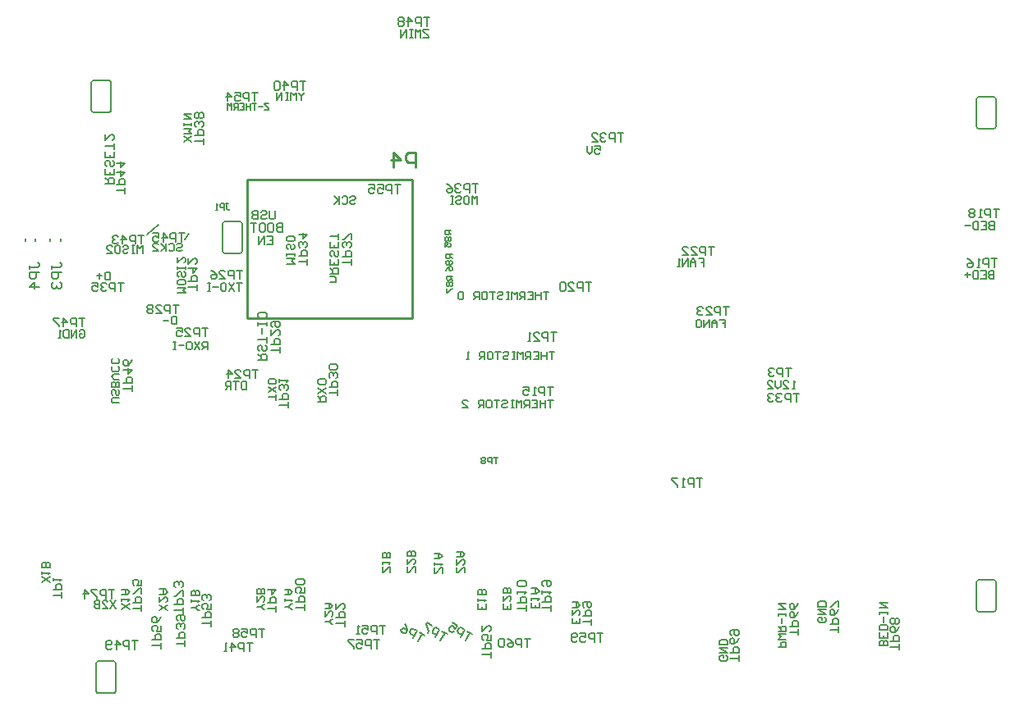
<source format=gbo>
G04*
G04 #@! TF.GenerationSoftware,Altium Limited,Altium Designer,18.1.9 (240)*
G04*
G04 Layer_Color=32896*
%FSLAX25Y25*%
%MOIN*%
G70*
G01*
G75*
%ADD11C,0.00600*%
%ADD12C,0.00800*%
%ADD13C,0.01000*%
%ADD16C,0.00500*%
%ADD24C,0.00787*%
%ADD25C,0.00700*%
G54D11*
X-4606Y-43784D02*
X-4313Y-44491D01*
X-3606Y-44784D01*
Y-31784D02*
X-4313Y-32077D01*
X-4606Y-32784D01*
X3394D02*
X3101Y-32077D01*
X2394Y-31784D01*
Y-44784D02*
X3101Y-44491D01*
X3394Y-43784D01*
X309216Y-178358D02*
X308924Y-177651D01*
X308217Y-177358D01*
Y-190358D02*
X308924Y-190065D01*
X309216Y-189358D01*
X301217D02*
X301509Y-190065D01*
X302217Y-190358D01*
Y-177358D02*
X301509Y-177651D01*
X301217Y-178358D01*
X-57900Y13600D02*
X-57607Y12893D01*
X-56900Y12600D01*
Y25600D02*
X-57607Y25307D01*
X-57900Y24600D01*
X-49900D02*
X-50193Y25307D01*
X-50900Y25600D01*
Y12600D02*
X-50193Y12893D01*
X-49900Y13600D01*
X-56100Y-222500D02*
X-55807Y-223207D01*
X-55100Y-223500D01*
Y-210500D02*
X-55807Y-210793D01*
X-56100Y-211500D01*
X-48100D02*
X-48393Y-210793D01*
X-49100Y-210500D01*
Y-223500D02*
X-48393Y-223207D01*
X-48100Y-222500D01*
X301300Y7000D02*
X301593Y6293D01*
X302300Y6000D01*
Y19000D02*
X301593Y18707D01*
X301300Y18000D01*
X309300D02*
X309007Y18707D01*
X308300Y19000D01*
Y6000D02*
X309007Y6293D01*
X309300Y7000D01*
X3394Y-43784D02*
Y-32784D01*
X-3606Y-44784D02*
X2394D01*
X-3606Y-31784D02*
X2394D01*
X-4606Y-43784D02*
Y-32784D01*
X301217Y-189358D02*
Y-178358D01*
X302217Y-177358D02*
X308217D01*
X302217Y-190358D02*
X308217D01*
X309216Y-189358D02*
Y-178358D01*
X-49900Y13600D02*
Y24600D01*
X-56900Y12600D02*
X-50900D01*
X-56900Y25600D02*
X-50900D01*
X-57900Y13600D02*
Y24600D01*
X-48100Y-222500D02*
Y-211500D01*
X-55100Y-223500D02*
X-49100D01*
X-55100Y-210500D02*
X-49100D01*
X-56100Y-222500D02*
Y-211500D01*
X309300Y7000D02*
Y18000D01*
X302300Y6000D02*
X308300D01*
X302300Y19000D02*
X308300D01*
X301300Y7000D02*
Y18000D01*
X67480Y-16777D02*
X65148D01*
X66314D01*
Y-20276D01*
X63981D02*
Y-16777D01*
X62232D01*
X61649Y-17360D01*
Y-18526D01*
X62232Y-19109D01*
X63981D01*
X58150Y-16777D02*
X60483D01*
Y-18526D01*
X59316Y-17943D01*
X58733D01*
X58150Y-18526D01*
Y-19692D01*
X58733Y-20276D01*
X59899D01*
X60483Y-19692D01*
X54651Y-16777D02*
X56984D01*
Y-18526D01*
X55817Y-17943D01*
X55234D01*
X54651Y-18526D01*
Y-19692D01*
X55234Y-20276D01*
X56401D01*
X56984Y-19692D01*
X120200Y-201201D02*
X117867D01*
X119034D01*
Y-204700D01*
X116701D02*
Y-201201D01*
X114952D01*
X114369Y-201784D01*
Y-202951D01*
X114952Y-203534D01*
X116701D01*
X110870Y-201201D02*
X112036Y-201784D01*
X113202Y-202951D01*
Y-204117D01*
X112619Y-204700D01*
X111453D01*
X110870Y-204117D01*
Y-203534D01*
X111453Y-202951D01*
X113202D01*
X109703Y-201784D02*
X109120Y-201201D01*
X107954D01*
X107371Y-201784D01*
Y-204117D01*
X107954Y-204700D01*
X109120D01*
X109703Y-204117D01*
Y-201784D01*
X-74701Y-178300D02*
X-77900Y-176167D01*
X-74701D02*
X-77900Y-178300D01*
Y-175101D02*
Y-174035D01*
Y-174568D01*
X-74701D01*
X-75234Y-175101D01*
X-74701Y-172435D02*
X-77900D01*
Y-170836D01*
X-77367Y-170303D01*
X-76834D01*
X-76301Y-170836D01*
Y-172435D01*
Y-170836D01*
X-75767Y-170303D01*
X-75234D01*
X-74701Y-170836D01*
Y-172435D01*
X-42401Y-189200D02*
X-45600Y-187067D01*
X-42401D02*
X-45600Y-189200D01*
Y-186001D02*
Y-184935D01*
Y-185468D01*
X-42401D01*
X-42934Y-186001D01*
X-45600Y-183335D02*
X-43467D01*
X-42401Y-182269D01*
X-43467Y-181203D01*
X-45600D01*
X-44001D01*
Y-183335D01*
X-27101Y-189700D02*
X-30300Y-187567D01*
X-27101D02*
X-30300Y-189700D01*
Y-184368D02*
Y-186501D01*
X-28167Y-184368D01*
X-27634D01*
X-27101Y-184901D01*
Y-185968D01*
X-27634Y-186501D01*
X-30300Y-183302D02*
X-28167D01*
X-27101Y-182236D01*
X-28167Y-181169D01*
X-30300D01*
X-28701D01*
Y-183302D01*
X308475Y-31726D02*
Y-34925D01*
X306875D01*
X306342Y-34392D01*
Y-33859D01*
X306875Y-33326D01*
X308475D01*
X306875D01*
X306342Y-32793D01*
Y-32259D01*
X306875Y-31726D01*
X308475D01*
X303143D02*
X305276D01*
Y-34925D01*
X303143D01*
X305276Y-33326D02*
X304209D01*
X302077Y-31726D02*
Y-34925D01*
X300477D01*
X299944Y-34392D01*
Y-32259D01*
X300477Y-31726D01*
X302077D01*
X298878Y-33326D02*
X296745D01*
X308375Y-51826D02*
Y-55025D01*
X306775D01*
X306242Y-54492D01*
Y-53959D01*
X306775Y-53426D01*
X308375D01*
X306775D01*
X306242Y-52893D01*
Y-52359D01*
X306775Y-51826D01*
X308375D01*
X303043D02*
X305176D01*
Y-55025D01*
X303043D01*
X305176Y-53426D02*
X304110D01*
X301977Y-51826D02*
Y-55025D01*
X300377D01*
X299844Y-54492D01*
Y-52359D01*
X300377Y-51826D01*
X301977D01*
X298778Y-53426D02*
X296645D01*
X297712Y-52359D02*
Y-54492D01*
X-46601Y-105500D02*
X-49267D01*
X-49800Y-104967D01*
Y-103901D01*
X-49267Y-103367D01*
X-46601D01*
X-47134Y-100168D02*
X-46601Y-100701D01*
Y-101768D01*
X-47134Y-102301D01*
X-47667D01*
X-48201Y-101768D01*
Y-100701D01*
X-48734Y-100168D01*
X-49267D01*
X-49800Y-100701D01*
Y-101768D01*
X-49267Y-102301D01*
X-46601Y-99102D02*
X-49800D01*
Y-97503D01*
X-49267Y-96969D01*
X-48734D01*
X-48201Y-97503D01*
Y-99102D01*
Y-97503D01*
X-47667Y-96969D01*
X-47134D01*
X-46601Y-97503D01*
Y-99102D01*
Y-95903D02*
X-48734D01*
X-49800Y-94837D01*
X-48734Y-93770D01*
X-46601D01*
X-47134Y-90571D02*
X-46601Y-91105D01*
Y-92171D01*
X-47134Y-92704D01*
X-49267D01*
X-49800Y-92171D01*
Y-91105D01*
X-49267Y-90571D01*
X-47134Y-87372D02*
X-46601Y-87906D01*
Y-88972D01*
X-47134Y-89505D01*
X-49267D01*
X-49800Y-88972D01*
Y-87906D01*
X-49267Y-87372D01*
X-62833Y-76234D02*
X-62300Y-75701D01*
X-61233D01*
X-60700Y-76234D01*
Y-78367D01*
X-61233Y-78900D01*
X-62300D01*
X-62833Y-78367D01*
Y-77301D01*
X-61766D01*
X-63899Y-78900D02*
Y-75701D01*
X-66032Y-78900D01*
Y-75701D01*
X-67098D02*
Y-78900D01*
X-68697D01*
X-69231Y-78367D01*
Y-76234D01*
X-68697Y-75701D01*
X-67098D01*
X-70297Y-78900D02*
X-71363D01*
X-70830D01*
Y-75701D01*
X-70297Y-76234D01*
X-23400Y-70301D02*
Y-73500D01*
X-24999D01*
X-25533Y-72967D01*
Y-70834D01*
X-24999Y-70301D01*
X-23400D01*
X-26599Y-71900D02*
X-28732D01*
X-50400Y-52201D02*
Y-55400D01*
X-51999D01*
X-52533Y-54867D01*
Y-52734D01*
X-51999Y-52201D01*
X-50400D01*
X-53599Y-53800D02*
X-55732D01*
X-54665Y-52734D02*
Y-54867D01*
X146367Y-1101D02*
X148500D01*
Y-2701D01*
X147434Y-2167D01*
X146900D01*
X146367Y-2701D01*
Y-3767D01*
X146900Y-4300D01*
X147967D01*
X148500Y-3767D01*
X145301Y-1101D02*
Y-3234D01*
X144235Y-4300D01*
X143168Y-3234D01*
Y-1101D01*
X98600Y-24600D02*
Y-21401D01*
X97534Y-22467D01*
X96467Y-21401D01*
Y-24600D01*
X93801Y-21401D02*
X94868D01*
X95401Y-21934D01*
Y-24067D01*
X94868Y-24600D01*
X93801D01*
X93268Y-24067D01*
Y-21934D01*
X93801Y-21401D01*
X90069Y-21934D02*
X90603Y-21401D01*
X91669D01*
X92202Y-21934D01*
Y-22467D01*
X91669Y-23000D01*
X90603D01*
X90069Y-23534D01*
Y-24067D01*
X90603Y-24600D01*
X91669D01*
X92202Y-24067D01*
X89003Y-21401D02*
X87937D01*
X88470D01*
Y-24600D01*
X89003D01*
X87937D01*
X46981Y-21940D02*
X47515Y-21407D01*
X48581D01*
X49114Y-21940D01*
Y-22474D01*
X48581Y-23007D01*
X47515D01*
X46981Y-23540D01*
Y-24073D01*
X47515Y-24606D01*
X48581D01*
X49114Y-24073D01*
X43783Y-21940D02*
X44316Y-21407D01*
X45382D01*
X45915Y-21940D01*
Y-24073D01*
X45382Y-24606D01*
X44316D01*
X43783Y-24073D01*
X42716Y-21407D02*
Y-24606D01*
Y-23540D01*
X40584Y-21407D01*
X42183Y-23007D01*
X40584Y-24606D01*
X21260Y-48917D02*
X24459D01*
X23392Y-47851D01*
X24459Y-46785D01*
X21260D01*
X24459Y-45718D02*
Y-44652D01*
Y-45185D01*
X21260D01*
Y-45718D01*
Y-44652D01*
X23926Y-40920D02*
X24459Y-41453D01*
Y-42519D01*
X23926Y-43053D01*
X23392D01*
X22859Y-42519D01*
Y-41453D01*
X22326Y-40920D01*
X21793D01*
X21260Y-41453D01*
Y-42519D01*
X21793Y-43053D01*
X24459Y-38254D02*
Y-39320D01*
X23926Y-39854D01*
X21793D01*
X21260Y-39320D01*
Y-38254D01*
X21793Y-37721D01*
X23926D01*
X24459Y-38254D01*
X78900Y46299D02*
X76767D01*
Y45766D01*
X78900Y43633D01*
Y43100D01*
X76767D01*
X75701D02*
Y46299D01*
X74635Y45233D01*
X73568Y46299D01*
Y43100D01*
X72502Y46299D02*
X71436D01*
X71969D01*
Y43100D01*
X72502D01*
X71436D01*
X69836D02*
Y46299D01*
X67704Y43100D01*
Y46299D01*
X28400Y20799D02*
Y20266D01*
X27334Y19199D01*
X26267Y20266D01*
Y20799D01*
X27334Y19199D02*
Y17600D01*
X25201D02*
Y20799D01*
X24135Y19733D01*
X23068Y20799D01*
Y17600D01*
X22002Y20799D02*
X20936D01*
X21469D01*
Y17600D01*
X22002D01*
X20936D01*
X19336D02*
Y20799D01*
X17204Y17600D01*
Y20799D01*
X-17301Y800D02*
X-20500Y2933D01*
X-17301D02*
X-20500Y800D01*
Y3999D02*
X-17301D01*
X-18367Y5065D01*
X-17301Y6132D01*
X-20500D01*
X-17301Y7198D02*
Y8264D01*
Y7731D01*
X-20500D01*
Y7198D01*
Y8264D01*
Y9864D02*
X-17301D01*
X-20500Y11996D01*
X-17301D01*
X-37200Y-44700D02*
Y-41501D01*
X-38266Y-42567D01*
X-39333Y-41501D01*
Y-44700D01*
X-40399Y-41501D02*
X-41465D01*
X-40932D01*
Y-44700D01*
X-40399D01*
X-41465D01*
X-45197Y-42034D02*
X-44664Y-41501D01*
X-43598D01*
X-43065Y-42034D01*
Y-42567D01*
X-43598Y-43101D01*
X-44664D01*
X-45197Y-43634D01*
Y-44167D01*
X-44664Y-44700D01*
X-43598D01*
X-43065Y-44167D01*
X-47863Y-41501D02*
X-46797D01*
X-46264Y-42034D01*
Y-44167D01*
X-46797Y-44700D01*
X-47863D01*
X-48396Y-44167D01*
Y-42034D01*
X-47863Y-41501D01*
X-51595Y-44700D02*
X-49463D01*
X-51595Y-42567D01*
Y-42034D01*
X-51062Y-41501D01*
X-49996D01*
X-49463Y-42034D01*
X-23333Y-41134D02*
X-22799Y-40601D01*
X-21733D01*
X-21200Y-41134D01*
Y-41667D01*
X-21733Y-42200D01*
X-22799D01*
X-23333Y-42734D01*
Y-43267D01*
X-22799Y-43800D01*
X-21733D01*
X-21200Y-43267D01*
X-26532Y-41134D02*
X-25998Y-40601D01*
X-24932D01*
X-24399Y-41134D01*
Y-43267D01*
X-24932Y-43800D01*
X-25998D01*
X-26532Y-43267D01*
X-27598Y-40601D02*
Y-43800D01*
Y-42734D01*
X-29731Y-40601D01*
X-28131Y-42200D01*
X-29731Y-43800D01*
X-32930D02*
X-30797D01*
X-32930Y-41667D01*
Y-41134D01*
X-32396Y-40601D01*
X-31330D01*
X-30797Y-41134D01*
X-22900Y-60700D02*
X-19701D01*
X-20767Y-59634D01*
X-19701Y-58567D01*
X-22900D01*
X-19701Y-55901D02*
Y-56968D01*
X-20234Y-57501D01*
X-22367D01*
X-22900Y-56968D01*
Y-55901D01*
X-22367Y-55368D01*
X-20234D01*
X-19701Y-55901D01*
X-20234Y-52169D02*
X-19701Y-52703D01*
Y-53769D01*
X-20234Y-54302D01*
X-20767D01*
X-21301Y-53769D01*
Y-52703D01*
X-21834Y-52169D01*
X-22367D01*
X-22900Y-52703D01*
Y-53769D01*
X-22367Y-54302D01*
X-19701Y-51103D02*
Y-50037D01*
Y-50570D01*
X-22900D01*
Y-51103D01*
Y-50037D01*
Y-46305D02*
Y-48437D01*
X-20767Y-46305D01*
X-20234D01*
X-19701Y-46838D01*
Y-47904D01*
X-20234Y-48437D01*
X3150Y-56840D02*
X1017D01*
X2083D01*
Y-60039D01*
X-49Y-56840D02*
X-2182Y-60039D01*
Y-56840D02*
X-49Y-60039D01*
X-3248Y-57374D02*
X-3782Y-56840D01*
X-4848D01*
X-5381Y-57374D01*
Y-59506D01*
X-4848Y-60039D01*
X-3782D01*
X-3248Y-59506D01*
Y-57374D01*
X-6447Y-58440D02*
X-8580D01*
X-9646Y-56840D02*
X-10713D01*
X-10179D01*
Y-60039D01*
X-9646D01*
X-10713D01*
X5000Y-96701D02*
Y-99900D01*
X3401D01*
X2867Y-99367D01*
Y-97234D01*
X3401Y-96701D01*
X5000D01*
X1801D02*
X-332D01*
X735D01*
Y-99900D01*
X-1398D02*
Y-96701D01*
X-2997D01*
X-3531Y-97234D01*
Y-98300D01*
X-2997Y-98834D01*
X-1398D01*
X-2464D02*
X-3531Y-99900D01*
X16999Y-104200D02*
Y-102067D01*
Y-103134D01*
X13800D01*
X16999Y-101001D02*
X13800Y-98868D01*
X16999D02*
X13800Y-101001D01*
X16466Y-97802D02*
X16999Y-97269D01*
Y-96203D01*
X16466Y-95669D01*
X14333D01*
X13800Y-96203D01*
Y-97269D01*
X14333Y-97802D01*
X16466D01*
X129500Y-104201D02*
X127367D01*
X128434D01*
Y-107400D01*
X126301Y-104201D02*
Y-107400D01*
Y-105800D01*
X124168D01*
Y-104201D01*
Y-107400D01*
X120969Y-104201D02*
X123102D01*
Y-107400D01*
X120969D01*
X123102Y-105800D02*
X122036D01*
X119903Y-107400D02*
Y-104201D01*
X118304D01*
X117771Y-104734D01*
Y-105800D01*
X118304Y-106334D01*
X119903D01*
X118837D02*
X117771Y-107400D01*
X116704D02*
Y-104201D01*
X115638Y-105267D01*
X114571Y-104201D01*
Y-107400D01*
X113505Y-104201D02*
X112439D01*
X112972D01*
Y-107400D01*
X113505D01*
X112439D01*
X108707Y-104734D02*
X109240Y-104201D01*
X110306D01*
X110839Y-104734D01*
Y-105267D01*
X110306Y-105800D01*
X109240D01*
X108707Y-106334D01*
Y-106867D01*
X109240Y-107400D01*
X110306D01*
X110839Y-106867D01*
X107640Y-104201D02*
X105508D01*
X106574D01*
Y-107400D01*
X102842Y-104201D02*
X103908D01*
X104441Y-104734D01*
Y-106867D01*
X103908Y-107400D01*
X102842D01*
X102309Y-106867D01*
Y-104734D01*
X102842Y-104201D01*
X101242Y-107400D02*
Y-104201D01*
X99643D01*
X99110Y-104734D01*
Y-105800D01*
X99643Y-106334D01*
X101242D01*
X100176D02*
X99110Y-107400D01*
X92712D02*
X94845D01*
X92712Y-105267D01*
Y-104734D01*
X93245Y-104201D01*
X94311D01*
X94845Y-104734D01*
X130000Y-84601D02*
X127867D01*
X128934D01*
Y-87800D01*
X126801Y-84601D02*
Y-87800D01*
Y-86200D01*
X124668D01*
Y-84601D01*
Y-87800D01*
X121469Y-84601D02*
X123602D01*
Y-87800D01*
X121469D01*
X123602Y-86200D02*
X122536D01*
X120403Y-87800D02*
Y-84601D01*
X118804D01*
X118271Y-85134D01*
Y-86200D01*
X118804Y-86734D01*
X120403D01*
X119337D02*
X118271Y-87800D01*
X117204D02*
Y-84601D01*
X116138Y-85667D01*
X115071Y-84601D01*
Y-87800D01*
X114005Y-84601D02*
X112939D01*
X113472D01*
Y-87800D01*
X114005D01*
X112939D01*
X109207Y-85134D02*
X109740Y-84601D01*
X110806D01*
X111339Y-85134D01*
Y-85667D01*
X110806Y-86200D01*
X109740D01*
X109207Y-86734D01*
Y-87267D01*
X109740Y-87800D01*
X110806D01*
X111339Y-87267D01*
X108140Y-84601D02*
X106008D01*
X107074D01*
Y-87800D01*
X103342Y-84601D02*
X104408D01*
X104941Y-85134D01*
Y-87267D01*
X104408Y-87800D01*
X103342D01*
X102809Y-87267D01*
Y-85134D01*
X103342Y-84601D01*
X101742Y-87800D02*
Y-84601D01*
X100143D01*
X99610Y-85134D01*
Y-86200D01*
X100143Y-86734D01*
X101742D01*
X100676D02*
X99610Y-87800D01*
X95345D02*
X94278D01*
X94811D01*
Y-84601D01*
X95345Y-85134D01*
X127700Y-60201D02*
X125567D01*
X126634D01*
Y-63400D01*
X124501Y-60201D02*
Y-63400D01*
Y-61800D01*
X122368D01*
Y-60201D01*
Y-63400D01*
X119169Y-60201D02*
X121302D01*
Y-63400D01*
X119169D01*
X121302Y-61800D02*
X120236D01*
X118103Y-63400D02*
Y-60201D01*
X116504D01*
X115971Y-60734D01*
Y-61800D01*
X116504Y-62334D01*
X118103D01*
X117037D02*
X115971Y-63400D01*
X114904D02*
Y-60201D01*
X113838Y-61267D01*
X112771Y-60201D01*
Y-63400D01*
X111705Y-60201D02*
X110639D01*
X111172D01*
Y-63400D01*
X111705D01*
X110639D01*
X106907Y-60734D02*
X107440Y-60201D01*
X108506D01*
X109039Y-60734D01*
Y-61267D01*
X108506Y-61800D01*
X107440D01*
X106907Y-62334D01*
Y-62867D01*
X107440Y-63400D01*
X108506D01*
X109039Y-62867D01*
X105840Y-60201D02*
X103708D01*
X104774D01*
Y-63400D01*
X101042Y-60201D02*
X102108D01*
X102641Y-60734D01*
Y-62867D01*
X102108Y-63400D01*
X101042D01*
X100509Y-62867D01*
Y-60734D01*
X101042Y-60201D01*
X99442Y-63400D02*
Y-60201D01*
X97843D01*
X97310Y-60734D01*
Y-61800D01*
X97843Y-62334D01*
X99442D01*
X98376D02*
X97310Y-63400D01*
X93045Y-60734D02*
X92511Y-60201D01*
X91445D01*
X90912Y-60734D01*
Y-62867D01*
X91445Y-63400D01*
X92511D01*
X93045Y-62867D01*
Y-60734D01*
X188467Y-46801D02*
X190600D01*
Y-48401D01*
X189534D01*
X190600D01*
Y-50000D01*
X187401D02*
Y-47867D01*
X186335Y-46801D01*
X185268Y-47867D01*
Y-50000D01*
Y-48401D01*
X187401D01*
X184202Y-50000D02*
Y-46801D01*
X182069Y-50000D01*
Y-46801D01*
X181003Y-50000D02*
X179937D01*
X180470D01*
Y-46801D01*
X181003Y-47334D01*
X197042Y-71526D02*
X199175D01*
Y-73126D01*
X198108D01*
X199175D01*
Y-74725D01*
X195976D02*
Y-72593D01*
X194910Y-71526D01*
X193843Y-72593D01*
Y-74725D01*
Y-73126D01*
X195976D01*
X192777Y-74725D02*
Y-71526D01*
X190644Y-74725D01*
Y-71526D01*
X189578Y-72059D02*
X189045Y-71526D01*
X187978D01*
X187445Y-72059D01*
Y-74192D01*
X187978Y-74725D01*
X189045D01*
X189578Y-74192D01*
Y-72059D01*
X227700Y-99700D02*
X226634D01*
X227167D01*
Y-96501D01*
X227700Y-97034D01*
X222902Y-99700D02*
X225034D01*
X222902Y-97567D01*
Y-97034D01*
X223435Y-96501D01*
X224501D01*
X225034Y-97034D01*
X221835Y-96501D02*
Y-98634D01*
X220769Y-99700D01*
X219703Y-98634D01*
Y-96501D01*
X216504Y-99700D02*
X218636D01*
X216504Y-97567D01*
Y-97034D01*
X217037Y-96501D01*
X218103D01*
X218636Y-97034D01*
X265274Y-204125D02*
X262075D01*
Y-202526D01*
X262608Y-201993D01*
X263141D01*
X263674Y-202526D01*
Y-204125D01*
Y-202526D01*
X264207Y-201993D01*
X264741D01*
X265274Y-202526D01*
Y-204125D01*
Y-198794D02*
Y-200926D01*
X262075D01*
Y-198794D01*
X263674Y-200926D02*
Y-199860D01*
X265274Y-197727D02*
X262075D01*
Y-196128D01*
X262608Y-195595D01*
X264741D01*
X265274Y-196128D01*
Y-197727D01*
X263674Y-194528D02*
Y-192396D01*
X265274Y-191329D02*
Y-190263D01*
Y-190796D01*
X262075D01*
Y-191329D01*
Y-190263D01*
Y-188663D02*
X265274D01*
X262075Y-186531D01*
X265274D01*
X239766Y-192567D02*
X240299Y-193101D01*
Y-194167D01*
X239766Y-194700D01*
X237633D01*
X237100Y-194167D01*
Y-193101D01*
X237633Y-192567D01*
X238700D01*
Y-193634D01*
X237100Y-191501D02*
X240299D01*
X237100Y-189368D01*
X240299D01*
Y-188302D02*
X237100D01*
Y-186703D01*
X237633Y-186169D01*
X239766D01*
X240299Y-186703D01*
Y-188302D01*
X220775Y-204725D02*
X223974D01*
Y-203126D01*
X223441Y-202593D01*
X222374D01*
X221841Y-203126D01*
Y-204725D01*
X223974Y-201526D02*
X220775D01*
X221841Y-200460D01*
X220775Y-199394D01*
X223974D01*
X220775Y-198327D02*
X223974D01*
Y-196728D01*
X223441Y-196195D01*
X222374D01*
X221841Y-196728D01*
Y-198327D01*
Y-197261D02*
X220775Y-196195D01*
X222374Y-195128D02*
Y-192996D01*
X223974Y-191929D02*
Y-190863D01*
Y-191396D01*
X220775D01*
Y-191929D01*
Y-190863D01*
Y-189263D02*
X223974D01*
X220775Y-187131D01*
X223974D01*
X199641Y-208093D02*
X200174Y-208626D01*
Y-209692D01*
X199641Y-210225D01*
X197508D01*
X196975Y-209692D01*
Y-208626D01*
X197508Y-208093D01*
X198574D01*
Y-209159D01*
X196975Y-207026D02*
X200174D01*
X196975Y-204894D01*
X200174D01*
Y-203827D02*
X196975D01*
Y-202228D01*
X197508Y-201695D01*
X199641D01*
X200174Y-202228D01*
Y-203827D01*
X102299Y-187167D02*
Y-189300D01*
X99100D01*
Y-187167D01*
X100699Y-189300D02*
Y-188234D01*
X99100Y-186101D02*
Y-185035D01*
Y-185568D01*
X102299D01*
X101766Y-186101D01*
X102299Y-183435D02*
X99100D01*
Y-181836D01*
X99633Y-181303D01*
X100166D01*
X100699Y-181836D01*
Y-183435D01*
Y-181836D01*
X101233Y-181303D01*
X101766D01*
X102299Y-181836D01*
Y-183435D01*
X123799Y-186667D02*
Y-188800D01*
X120600D01*
Y-186667D01*
X122199Y-188800D02*
Y-187734D01*
X120600Y-185601D02*
Y-184535D01*
Y-185068D01*
X123799D01*
X123266Y-185601D01*
X120600Y-182935D02*
X122733D01*
X123799Y-181869D01*
X122733Y-180803D01*
X120600D01*
X122199D01*
Y-182935D01*
X140374Y-192893D02*
Y-195025D01*
X137175D01*
Y-192893D01*
X138774Y-195025D02*
Y-193959D01*
X137175Y-189694D02*
Y-191826D01*
X139307Y-189694D01*
X139841D01*
X140374Y-190227D01*
Y-191293D01*
X139841Y-191826D01*
X137175Y-188627D02*
X139307D01*
X140374Y-187561D01*
X139307Y-186495D01*
X137175D01*
X138774D01*
Y-188627D01*
X112399Y-187067D02*
Y-189200D01*
X109200D01*
Y-187067D01*
X110800Y-189200D02*
Y-188134D01*
X109200Y-183868D02*
Y-186001D01*
X111333Y-183868D01*
X111866D01*
X112399Y-184402D01*
Y-185468D01*
X111866Y-186001D01*
X112399Y-182802D02*
X109200D01*
Y-181203D01*
X109733Y-180669D01*
X110266D01*
X110800Y-181203D01*
Y-182802D01*
Y-181203D01*
X111333Y-180669D01*
X111866D01*
X112399Y-181203D01*
Y-182802D01*
X73474Y-174225D02*
Y-172093D01*
X72941D01*
X70808Y-174225D01*
X70275D01*
Y-172093D01*
Y-168894D02*
Y-171026D01*
X72407Y-168894D01*
X72941D01*
X73474Y-169427D01*
Y-170493D01*
X72941Y-171026D01*
X73474Y-167827D02*
X70275D01*
Y-166228D01*
X70808Y-165695D01*
X71341D01*
X71874Y-166228D01*
Y-167827D01*
Y-166228D01*
X72407Y-165695D01*
X72941D01*
X73474Y-166228D01*
Y-167827D01*
X93574Y-174425D02*
Y-172293D01*
X93041D01*
X90908Y-174425D01*
X90375D01*
Y-172293D01*
Y-169094D02*
Y-171226D01*
X92507Y-169094D01*
X93041D01*
X93574Y-169627D01*
Y-170693D01*
X93041Y-171226D01*
X90375Y-168027D02*
X92507D01*
X93574Y-166961D01*
X92507Y-165895D01*
X90375D01*
X91974D01*
Y-168027D01*
X84499Y-174600D02*
Y-172467D01*
X83966D01*
X81833Y-174600D01*
X81300D01*
Y-172467D01*
Y-171401D02*
Y-170335D01*
Y-170868D01*
X84499D01*
X83966Y-171401D01*
X81300Y-168735D02*
X83433D01*
X84499Y-167669D01*
X83433Y-166603D01*
X81300D01*
X82899D01*
Y-168735D01*
X63374Y-174225D02*
Y-172093D01*
X62841D01*
X60708Y-174225D01*
X60175D01*
Y-172093D01*
Y-171026D02*
Y-169960D01*
Y-170493D01*
X63374D01*
X62841Y-171026D01*
X63374Y-168360D02*
X60175D01*
Y-166761D01*
X60708Y-166228D01*
X61241D01*
X61774Y-166761D01*
Y-168360D01*
Y-166761D01*
X62307Y-166228D01*
X62841D01*
X63374Y-166761D01*
Y-168360D01*
X12399Y-189400D02*
X11866D01*
X10800Y-188334D01*
X11866Y-187267D01*
X12399D01*
X10800Y-188334D02*
X9200D01*
Y-184068D02*
Y-186201D01*
X11333Y-184068D01*
X11866D01*
X12399Y-184601D01*
Y-185668D01*
X11866Y-186201D01*
X12399Y-183002D02*
X9200D01*
Y-181403D01*
X9733Y-180869D01*
X10266D01*
X10800Y-181403D01*
Y-183002D01*
Y-181403D01*
X11333Y-180869D01*
X11866D01*
X12399Y-181403D01*
Y-183002D01*
X40099Y-195500D02*
X39566D01*
X38500Y-194434D01*
X39566Y-193367D01*
X40099D01*
X38500Y-194434D02*
X36900D01*
Y-190168D02*
Y-192301D01*
X39033Y-190168D01*
X39566D01*
X40099Y-190701D01*
Y-191768D01*
X39566Y-192301D01*
X36900Y-189102D02*
X39033D01*
X40099Y-188036D01*
X39033Y-186969D01*
X36900D01*
X38500D01*
Y-189102D01*
X23699Y-189300D02*
X23166D01*
X22099Y-188234D01*
X23166Y-187167D01*
X23699D01*
X22099Y-188234D02*
X20500D01*
Y-186101D02*
Y-185035D01*
Y-185568D01*
X23699D01*
X23166Y-186101D01*
X20500Y-183435D02*
X22633D01*
X23699Y-182369D01*
X22633Y-181303D01*
X20500D01*
X22099D01*
Y-183435D01*
X-14201Y-189700D02*
X-14734D01*
X-15800Y-188634D01*
X-14734Y-187567D01*
X-14201D01*
X-15800Y-188634D02*
X-17400D01*
Y-186501D02*
Y-185435D01*
Y-185968D01*
X-14201D01*
X-14734Y-186501D01*
X-14201Y-183835D02*
X-17400D01*
Y-182236D01*
X-16867Y-181703D01*
X-16334D01*
X-15800Y-182236D01*
Y-183835D01*
Y-182236D01*
X-15267Y-181703D01*
X-14734D01*
X-14201Y-182236D01*
Y-183835D01*
X-48200Y-185701D02*
X-50333Y-188900D01*
Y-185701D02*
X-48200Y-188900D01*
X-53532D02*
X-51399D01*
X-53532Y-186767D01*
Y-186234D01*
X-52999Y-185701D01*
X-51932D01*
X-51399Y-186234D01*
X-54598Y-185701D02*
Y-188900D01*
X-56197D01*
X-56731Y-188367D01*
Y-187834D01*
X-56197Y-187301D01*
X-54598D01*
X-56197D01*
X-56731Y-186767D01*
Y-186234D01*
X-56197Y-185701D01*
X-54598D01*
X33900Y-105100D02*
X37399D01*
Y-103351D01*
X36816Y-102767D01*
X35649D01*
X35066Y-103351D01*
Y-105100D01*
Y-103934D02*
X33900Y-102767D01*
X37399Y-101601D02*
X33900Y-99269D01*
X37399D02*
X33900Y-101601D01*
X36816Y-98102D02*
X37399Y-97519D01*
Y-96353D01*
X36816Y-95770D01*
X34483D01*
X33900Y-96353D01*
Y-97519D01*
X34483Y-98102D01*
X36816D01*
X9646Y-87894D02*
X13145D01*
Y-86144D01*
X12561Y-85561D01*
X11395D01*
X10812Y-86144D01*
Y-87894D01*
Y-86727D02*
X9646Y-85561D01*
X12561Y-82062D02*
X13145Y-82645D01*
Y-83812D01*
X12561Y-84395D01*
X11978D01*
X11395Y-83812D01*
Y-82645D01*
X10812Y-82062D01*
X10229D01*
X9646Y-82645D01*
Y-83812D01*
X10229Y-84395D01*
X13145Y-80896D02*
Y-78563D01*
Y-79730D01*
X9646D01*
X11395Y-77397D02*
Y-75064D01*
X13145Y-73898D02*
Y-72732D01*
Y-73315D01*
X9646D01*
Y-73898D01*
Y-72732D01*
X13145Y-69233D02*
Y-70399D01*
X12561Y-70982D01*
X10229D01*
X9646Y-70399D01*
Y-69233D01*
X10229Y-68650D01*
X12561D01*
X13145Y-69233D01*
X-10827Y-83760D02*
Y-80561D01*
X-12426D01*
X-12959Y-81094D01*
Y-82160D01*
X-12426Y-82693D01*
X-10827D01*
X-11893D02*
X-12959Y-83760D01*
X-14026Y-80561D02*
X-16158Y-83760D01*
Y-80561D02*
X-14026Y-83760D01*
X-17225Y-81094D02*
X-17758Y-80561D01*
X-18824D01*
X-19357Y-81094D01*
Y-83227D01*
X-18824Y-83760D01*
X-17758D01*
X-17225Y-83227D01*
Y-81094D01*
X-20424Y-82160D02*
X-22556D01*
X-23623Y-80561D02*
X-24689D01*
X-24156D01*
Y-83760D01*
X-23623D01*
X-24689D01*
X16634Y-27308D02*
Y-30224D01*
X16051Y-30807D01*
X14884D01*
X14301Y-30224D01*
Y-27308D01*
X10802Y-27891D02*
X11386Y-27308D01*
X12552D01*
X13135Y-27891D01*
Y-28475D01*
X12552Y-29058D01*
X11386D01*
X10802Y-29641D01*
Y-30224D01*
X11386Y-30807D01*
X12552D01*
X13135Y-30224D01*
X9636Y-27308D02*
Y-30807D01*
X7887D01*
X7304Y-30224D01*
Y-29641D01*
X7887Y-29058D01*
X9636D01*
X7887D01*
X7304Y-28475D01*
Y-27891D01*
X7887Y-27308D01*
X9636D01*
X19587Y-32426D02*
Y-35925D01*
X17837D01*
X17254Y-35342D01*
Y-34759D01*
X17837Y-34176D01*
X19587D01*
X17837D01*
X17254Y-33593D01*
Y-33009D01*
X17837Y-32426D01*
X19587D01*
X14338D02*
X15505D01*
X16088Y-33009D01*
Y-35342D01*
X15505Y-35925D01*
X14338D01*
X13755Y-35342D01*
Y-33009D01*
X14338Y-32426D01*
X10839D02*
X12006D01*
X12589Y-33009D01*
Y-35342D01*
X12006Y-35925D01*
X10839D01*
X10256Y-35342D01*
Y-33009D01*
X10839Y-32426D01*
X9090D02*
X6757D01*
X7924D01*
Y-35925D01*
X13317Y-37544D02*
X15650D01*
Y-41043D01*
X13317D01*
X15650Y-39294D02*
X14483D01*
X12151Y-41043D02*
Y-37544D01*
X9818Y-41043D01*
Y-37544D01*
X-52300Y-16200D02*
X-48801D01*
Y-14451D01*
X-49384Y-13867D01*
X-50551D01*
X-51134Y-14451D01*
Y-16200D01*
Y-15034D02*
X-52300Y-13867D01*
X-48801Y-10369D02*
Y-12701D01*
X-52300D01*
Y-10369D01*
X-50551Y-12701D02*
Y-11535D01*
X-49384Y-6870D02*
X-48801Y-7453D01*
Y-8619D01*
X-49384Y-9202D01*
X-49967D01*
X-50551Y-8619D01*
Y-7453D01*
X-51134Y-6870D01*
X-51717D01*
X-52300Y-7453D01*
Y-8619D01*
X-51717Y-9202D01*
X-48801Y-3371D02*
Y-5703D01*
X-52300D01*
Y-3371D01*
X-50551Y-5703D02*
Y-4537D01*
X-48801Y-2204D02*
Y128D01*
Y-1038D01*
X-52300D01*
Y3627D02*
Y1294D01*
X-49967Y3627D01*
X-49384D01*
X-48801Y3044D01*
Y1877D01*
X-49384Y1294D01*
X38900Y-56400D02*
X41233D01*
Y-54651D01*
X40649Y-54067D01*
X38900D01*
Y-52901D02*
X42399D01*
Y-51152D01*
X41816Y-50568D01*
X40649D01*
X40066Y-51152D01*
Y-52901D01*
Y-51735D02*
X38900Y-50568D01*
X42399Y-47070D02*
Y-49402D01*
X38900D01*
Y-47070D01*
X40649Y-49402D02*
Y-48236D01*
X41816Y-43571D02*
X42399Y-44154D01*
Y-45320D01*
X41816Y-45903D01*
X41233D01*
X40649Y-45320D01*
Y-44154D01*
X40066Y-43571D01*
X39483D01*
X38900Y-44154D01*
Y-45320D01*
X39483Y-45903D01*
X42399Y-40072D02*
Y-42404D01*
X38900D01*
Y-40072D01*
X40649Y-42404D02*
Y-41238D01*
X42399Y-38906D02*
Y-36573D01*
Y-37739D01*
X38900D01*
X149700Y-199101D02*
X147367D01*
X148534D01*
Y-202600D01*
X146201D02*
Y-199101D01*
X144452D01*
X143869Y-199684D01*
Y-200851D01*
X144452Y-201434D01*
X146201D01*
X140370Y-199101D02*
X142702D01*
Y-200851D01*
X141536Y-200267D01*
X140953D01*
X140370Y-200851D01*
Y-202017D01*
X140953Y-202600D01*
X142119D01*
X142702Y-202017D01*
X139203D02*
X138620Y-202600D01*
X137454D01*
X136871Y-202017D01*
Y-199684D01*
X137454Y-199101D01*
X138620D01*
X139203Y-199684D01*
Y-200267D01*
X138620Y-200851D01*
X136871D01*
X12300Y-197201D02*
X9967D01*
X11134D01*
Y-200700D01*
X8801D02*
Y-197201D01*
X7052D01*
X6469Y-197784D01*
Y-198951D01*
X7052Y-199534D01*
X8801D01*
X2970Y-197201D02*
X5302D01*
Y-198951D01*
X4136Y-198367D01*
X3553D01*
X2970Y-198951D01*
Y-200117D01*
X3553Y-200700D01*
X4719D01*
X5302Y-200117D01*
X1803Y-197784D02*
X1220Y-197201D01*
X54D01*
X-529Y-197784D01*
Y-198367D01*
X54Y-198951D01*
X-529Y-199534D01*
Y-200117D01*
X54Y-200700D01*
X1220D01*
X1803Y-200117D01*
Y-199534D01*
X1220Y-198951D01*
X1803Y-198367D01*
Y-197784D01*
X1220Y-198951D02*
X54D01*
X59000Y-201801D02*
X56667D01*
X57834D01*
Y-205300D01*
X55501D02*
Y-201801D01*
X53752D01*
X53169Y-202384D01*
Y-203551D01*
X53752Y-204134D01*
X55501D01*
X49670Y-201801D02*
X52002D01*
Y-203551D01*
X50836Y-202967D01*
X50253D01*
X49670Y-203551D01*
Y-204717D01*
X50253Y-205300D01*
X51419D01*
X52002Y-204717D01*
X48503Y-201801D02*
X46171D01*
Y-202384D01*
X48503Y-204717D01*
Y-205300D01*
X-29801D02*
Y-202967D01*
Y-204134D01*
X-33300D01*
Y-201801D02*
X-29801D01*
Y-200052D01*
X-30384Y-199469D01*
X-31551D01*
X-32134Y-200052D01*
Y-201801D01*
X-29801Y-195970D02*
Y-198302D01*
X-31551D01*
X-30967Y-197136D01*
Y-196553D01*
X-31551Y-195970D01*
X-32717D01*
X-33300Y-196553D01*
Y-197719D01*
X-32717Y-198302D01*
X-29801Y-192471D02*
X-30384Y-193637D01*
X-31551Y-194803D01*
X-32717D01*
X-33300Y-194220D01*
Y-193054D01*
X-32717Y-192471D01*
X-32134D01*
X-31551Y-193054D01*
Y-194803D01*
X-39100Y-202101D02*
X-41433D01*
X-40266D01*
Y-205600D01*
X-42599D02*
Y-202101D01*
X-44348D01*
X-44932Y-202684D01*
Y-203851D01*
X-44348Y-204434D01*
X-42599D01*
X-47847Y-205600D02*
Y-202101D01*
X-46098Y-203851D01*
X-48430D01*
X-49597Y-205017D02*
X-50180Y-205600D01*
X-51346D01*
X-51929Y-205017D01*
Y-202684D01*
X-51346Y-202101D01*
X-50180D01*
X-49597Y-202684D01*
Y-203267D01*
X-50180Y-203851D01*
X-51929D01*
X7600Y-202901D02*
X5267D01*
X6434D01*
Y-206400D01*
X4101D02*
Y-202901D01*
X2352D01*
X1769Y-203484D01*
Y-204651D01*
X2352Y-205234D01*
X4101D01*
X-1147Y-206400D02*
Y-202901D01*
X602Y-204651D01*
X-1730D01*
X-2897Y-206400D02*
X-4063D01*
X-3480D01*
Y-202901D01*
X-2897Y-203484D01*
X-19901Y-204500D02*
Y-202167D01*
Y-203334D01*
X-23400D01*
Y-201001D02*
X-19901D01*
Y-199252D01*
X-20484Y-198669D01*
X-21651D01*
X-22234Y-199252D01*
Y-201001D01*
X-20484Y-197502D02*
X-19901Y-196919D01*
Y-195753D01*
X-20484Y-195170D01*
X-21067D01*
X-21651Y-195753D01*
Y-196336D01*
Y-195753D01*
X-22234Y-195170D01*
X-22817D01*
X-23400Y-195753D01*
Y-196919D01*
X-22817Y-197502D01*
Y-194003D02*
X-23400Y-193420D01*
Y-192254D01*
X-22817Y-191671D01*
X-20484D01*
X-19901Y-192254D01*
Y-193420D01*
X-20484Y-194003D01*
X-21067D01*
X-21651Y-193420D01*
Y-191671D01*
X9500Y20699D02*
X7167D01*
X8334D01*
Y17200D01*
X6001D02*
Y20699D01*
X4252D01*
X3669Y20116D01*
Y18949D01*
X4252Y18366D01*
X6001D01*
X170Y20699D02*
X2502D01*
Y18949D01*
X1336Y19533D01*
X753D01*
X170Y18949D01*
Y17783D01*
X753Y17200D01*
X1919D01*
X2502Y17783D01*
X-2746Y17200D02*
Y20699D01*
X-997Y18949D01*
X-3329D01*
X-44800Y-56601D02*
X-47133D01*
X-45966D01*
Y-60100D01*
X-48299D02*
Y-56601D01*
X-50048D01*
X-50631Y-57184D01*
Y-58351D01*
X-50048Y-58934D01*
X-48299D01*
X-51798Y-57184D02*
X-52381Y-56601D01*
X-53547D01*
X-54130Y-57184D01*
Y-57767D01*
X-53547Y-58351D01*
X-52964D01*
X-53547D01*
X-54130Y-58934D01*
Y-59517D01*
X-53547Y-60100D01*
X-52381D01*
X-51798Y-59517D01*
X-57629Y-56601D02*
X-55297D01*
Y-58351D01*
X-56463Y-57767D01*
X-57046D01*
X-57629Y-58351D01*
Y-59517D01*
X-57046Y-60100D01*
X-55880D01*
X-55297Y-59517D01*
X-22400Y-65601D02*
X-24733D01*
X-23566D01*
Y-69100D01*
X-25899D02*
Y-65601D01*
X-27648D01*
X-28231Y-66184D01*
Y-67351D01*
X-27648Y-67934D01*
X-25899D01*
X-31730Y-69100D02*
X-29398D01*
X-31730Y-66767D01*
Y-66184D01*
X-31147Y-65601D01*
X-29981D01*
X-29398Y-66184D01*
X-32897D02*
X-33480Y-65601D01*
X-34646D01*
X-35229Y-66184D01*
Y-66767D01*
X-34646Y-67351D01*
X-35229Y-67934D01*
Y-68517D01*
X-34646Y-69100D01*
X-33480D01*
X-32897Y-68517D01*
Y-67934D01*
X-33480Y-67351D01*
X-32897Y-66767D01*
Y-66184D01*
X-33480Y-67351D02*
X-34646D01*
X-20801Y-191000D02*
Y-188667D01*
Y-189834D01*
X-24300D01*
Y-187501D02*
X-20801D01*
Y-185752D01*
X-21384Y-185169D01*
X-22551D01*
X-23134Y-185752D01*
Y-187501D01*
X-20801Y-184002D02*
Y-181670D01*
X-21384D01*
X-23717Y-184002D01*
X-24300D01*
X-21384Y-180503D02*
X-20801Y-179920D01*
Y-178754D01*
X-21384Y-178171D01*
X-21967D01*
X-22551Y-178754D01*
Y-179337D01*
Y-178754D01*
X-23134Y-178171D01*
X-23717D01*
X-24300Y-178754D01*
Y-179920D01*
X-23717Y-180503D01*
X-48600Y-181401D02*
X-50933D01*
X-49766D01*
Y-184900D01*
X-52099D02*
Y-181401D01*
X-53848D01*
X-54431Y-181984D01*
Y-183151D01*
X-53848Y-183734D01*
X-52099D01*
X-55598Y-181401D02*
X-57930D01*
Y-181984D01*
X-55598Y-184317D01*
Y-184900D01*
X-60846D02*
Y-181401D01*
X-59097Y-183151D01*
X-61429D01*
X-37726Y-190025D02*
Y-187693D01*
Y-188859D01*
X-41225D01*
Y-186526D02*
X-37726D01*
Y-184777D01*
X-38309Y-184194D01*
X-39476D01*
X-40059Y-184777D01*
Y-186526D01*
X-37726Y-183028D02*
Y-180695D01*
X-38309D01*
X-40642Y-183028D01*
X-41225D01*
X-37726Y-177196D02*
Y-179529D01*
X-39476D01*
X-38893Y-178362D01*
Y-177779D01*
X-39476Y-177196D01*
X-40642D01*
X-41225Y-177779D01*
Y-178946D01*
X-40642Y-179529D01*
X158000Y4199D02*
X155667D01*
X156834D01*
Y700D01*
X154501D02*
Y4199D01*
X152752D01*
X152169Y3616D01*
Y2449D01*
X152752Y1866D01*
X154501D01*
X151002Y3616D02*
X150419Y4199D01*
X149253D01*
X148670Y3616D01*
Y3033D01*
X149253Y2449D01*
X149836D01*
X149253D01*
X148670Y1866D01*
Y1283D01*
X149253Y700D01*
X150419D01*
X151002Y1283D01*
X145171Y700D02*
X147503D01*
X145171Y3033D01*
Y3616D01*
X145754Y4199D01*
X146920D01*
X147503Y3616D01*
X21899Y-107400D02*
Y-105067D01*
Y-106234D01*
X18400D01*
Y-103901D02*
X21899D01*
Y-102152D01*
X21316Y-101569D01*
X20149D01*
X19566Y-102152D01*
Y-103901D01*
X21316Y-100402D02*
X21899Y-99819D01*
Y-98653D01*
X21316Y-98070D01*
X20733D01*
X20149Y-98653D01*
Y-99236D01*
Y-98653D01*
X19566Y-98070D01*
X18983D01*
X18400Y-98653D01*
Y-99819D01*
X18983Y-100402D01*
X18400Y-96903D02*
Y-95737D01*
Y-96320D01*
X21899D01*
X21316Y-96903D01*
X41999Y-102500D02*
Y-100167D01*
Y-101334D01*
X38500D01*
Y-99001D02*
X41999D01*
Y-97252D01*
X41416Y-96669D01*
X40249D01*
X39666Y-97252D01*
Y-99001D01*
X41416Y-95502D02*
X41999Y-94919D01*
Y-93753D01*
X41416Y-93170D01*
X40833D01*
X40249Y-93753D01*
Y-94336D01*
Y-93753D01*
X39666Y-93170D01*
X39083D01*
X38500Y-93753D01*
Y-94919D01*
X39083Y-95502D01*
X41416Y-92003D02*
X41999Y-91420D01*
Y-90254D01*
X41416Y-89671D01*
X39083D01*
X38500Y-90254D01*
Y-91420D01*
X39083Y-92003D01*
X41416D01*
X18460Y-85138D02*
Y-82805D01*
Y-83972D01*
X14961D01*
Y-81639D02*
X18460D01*
Y-79890D01*
X17876Y-79306D01*
X16710D01*
X16127Y-79890D01*
Y-81639D01*
X14961Y-75807D02*
Y-78140D01*
X17293Y-75807D01*
X17876D01*
X18460Y-76391D01*
Y-77557D01*
X17876Y-78140D01*
X15544Y-74641D02*
X14961Y-74058D01*
Y-72892D01*
X15544Y-72309D01*
X17876D01*
X18460Y-72892D01*
Y-74058D01*
X17876Y-74641D01*
X17293D01*
X16710Y-74058D01*
Y-72309D01*
X3347Y-51521D02*
X1014D01*
X2180D01*
Y-55020D01*
X-152D02*
Y-51521D01*
X-1902D01*
X-2485Y-52104D01*
Y-53270D01*
X-1902Y-53853D01*
X-152D01*
X-5984Y-55020D02*
X-3651D01*
X-5984Y-52687D01*
Y-52104D01*
X-5401Y-51521D01*
X-4234D01*
X-3651Y-52104D01*
X-9483Y-51521D02*
X-8316Y-52104D01*
X-7150Y-53270D01*
Y-54436D01*
X-7733Y-55020D01*
X-8900D01*
X-9483Y-54436D01*
Y-53853D01*
X-8900Y-53270D01*
X-7150D01*
X-10728Y-74946D02*
X-13061D01*
X-11895D01*
Y-78445D01*
X-14227D02*
Y-74946D01*
X-15977D01*
X-16560Y-75529D01*
Y-76696D01*
X-15977Y-77279D01*
X-14227D01*
X-20059Y-78445D02*
X-17726D01*
X-20059Y-76112D01*
Y-75529D01*
X-19476Y-74946D01*
X-18309D01*
X-17726Y-75529D01*
X-23558Y-74946D02*
X-21225D01*
Y-76696D01*
X-22391Y-76112D01*
X-22974D01*
X-23558Y-76696D01*
Y-77862D01*
X-22974Y-78445D01*
X-21808D01*
X-21225Y-77862D01*
X9700Y-92001D02*
X7367D01*
X8534D01*
Y-95500D01*
X6201D02*
Y-92001D01*
X4452D01*
X3869Y-92584D01*
Y-93751D01*
X4452Y-94334D01*
X6201D01*
X370Y-95500D02*
X2702D01*
X370Y-93167D01*
Y-92584D01*
X953Y-92001D01*
X2119D01*
X2702Y-92584D01*
X-2546Y-95500D02*
Y-92001D01*
X-797Y-93751D01*
X-3129D01*
X310500Y-26601D02*
X308167D01*
X309334D01*
Y-30100D01*
X307001D02*
Y-26601D01*
X305252D01*
X304669Y-27184D01*
Y-28351D01*
X305252Y-28934D01*
X307001D01*
X303502Y-30100D02*
X302336D01*
X302919D01*
Y-26601D01*
X303502Y-27184D01*
X300587D02*
X300003Y-26601D01*
X298837D01*
X298254Y-27184D01*
Y-27767D01*
X298837Y-28351D01*
X298254Y-28934D01*
Y-29517D01*
X298837Y-30100D01*
X300003D01*
X300587Y-29517D01*
Y-28934D01*
X300003Y-28351D01*
X300587Y-27767D01*
Y-27184D01*
X300003Y-28351D02*
X298837D01*
X190000Y-136101D02*
X187667D01*
X188834D01*
Y-139600D01*
X186501D02*
Y-136101D01*
X184752D01*
X184169Y-136684D01*
Y-137851D01*
X184752Y-138434D01*
X186501D01*
X183002Y-139600D02*
X181836D01*
X182419D01*
Y-136101D01*
X183002Y-136684D01*
X180087Y-136101D02*
X177754D01*
Y-136684D01*
X180087Y-139017D01*
Y-139600D01*
X309700Y-46801D02*
X307367D01*
X308534D01*
Y-50300D01*
X306201D02*
Y-46801D01*
X304452D01*
X303869Y-47384D01*
Y-48551D01*
X304452Y-49134D01*
X306201D01*
X302702Y-50300D02*
X301536D01*
X302119D01*
Y-46801D01*
X302702Y-47384D01*
X297454Y-46801D02*
X298620Y-47384D01*
X299786Y-48551D01*
Y-49717D01*
X299203Y-50300D01*
X298037D01*
X297454Y-49717D01*
Y-49134D01*
X298037Y-48551D01*
X299786D01*
X226200Y-91201D02*
X223867D01*
X225034D01*
Y-94700D01*
X222701D02*
Y-91201D01*
X220952D01*
X220369Y-91784D01*
Y-92951D01*
X220952Y-93534D01*
X222701D01*
X219202Y-91784D02*
X218619Y-91201D01*
X217453D01*
X216870Y-91784D01*
Y-92367D01*
X217453Y-92951D01*
X218036D01*
X217453D01*
X216870Y-93534D01*
Y-94117D01*
X217453Y-94700D01*
X218619D01*
X219202Y-94117D01*
X130900Y-76701D02*
X128567D01*
X129734D01*
Y-80200D01*
X127401D02*
Y-76701D01*
X125652D01*
X125069Y-77284D01*
Y-78451D01*
X125652Y-79034D01*
X127401D01*
X121570Y-80200D02*
X123902D01*
X121570Y-77867D01*
Y-77284D01*
X122153Y-76701D01*
X123319D01*
X123902Y-77284D01*
X120403Y-80200D02*
X119237D01*
X119820D01*
Y-76701D01*
X120403Y-77284D01*
X145000Y-56501D02*
X142667D01*
X143834D01*
Y-60000D01*
X141501D02*
Y-56501D01*
X139752D01*
X139169Y-57084D01*
Y-58251D01*
X139752Y-58834D01*
X141501D01*
X135670Y-60000D02*
X138002D01*
X135670Y-57667D01*
Y-57084D01*
X136253Y-56501D01*
X137419D01*
X138002Y-57084D01*
X134503D02*
X133920Y-56501D01*
X132754D01*
X132171Y-57084D01*
Y-59417D01*
X132754Y-60000D01*
X133920D01*
X134503Y-59417D01*
Y-57084D01*
X129600Y-98901D02*
X127267D01*
X128434D01*
Y-102400D01*
X126101D02*
Y-98901D01*
X124352D01*
X123769Y-99484D01*
Y-100651D01*
X124352Y-101234D01*
X126101D01*
X122602Y-102400D02*
X121436D01*
X122019D01*
Y-98901D01*
X122602Y-99484D01*
X117354Y-98901D02*
X119686D01*
Y-100651D01*
X118520Y-100067D01*
X117937D01*
X117354Y-100651D01*
Y-101817D01*
X117937Y-102400D01*
X119103D01*
X119686Y-101817D01*
X29680Y-49213D02*
Y-46880D01*
Y-48046D01*
X26181D01*
Y-45714D02*
X29680D01*
Y-43964D01*
X29097Y-43381D01*
X27931D01*
X27347Y-43964D01*
Y-45714D01*
X29097Y-42215D02*
X29680Y-41632D01*
Y-40465D01*
X29097Y-39882D01*
X28514D01*
X27931Y-40465D01*
Y-41049D01*
Y-40465D01*
X27347Y-39882D01*
X26764D01*
X26181Y-40465D01*
Y-41632D01*
X26764Y-42215D01*
X26181Y-36967D02*
X29680D01*
X27931Y-38716D01*
Y-36383D01*
X99100Y-16501D02*
X96767D01*
X97934D01*
Y-20000D01*
X95601D02*
Y-16501D01*
X93852D01*
X93269Y-17084D01*
Y-18251D01*
X93852Y-18834D01*
X95601D01*
X92102Y-17084D02*
X91519Y-16501D01*
X90353D01*
X89770Y-17084D01*
Y-17667D01*
X90353Y-18251D01*
X90936D01*
X90353D01*
X89770Y-18834D01*
Y-19417D01*
X90353Y-20000D01*
X91519D01*
X92102Y-19417D01*
X86271Y-16501D02*
X87437Y-17084D01*
X88603Y-18251D01*
Y-19417D01*
X88020Y-20000D01*
X86854D01*
X86271Y-19417D01*
Y-18834D01*
X86854Y-18251D01*
X88603D01*
X47499Y-49400D02*
Y-47067D01*
Y-48234D01*
X44000D01*
Y-45901D02*
X47499D01*
Y-44152D01*
X46916Y-43569D01*
X45749D01*
X45166Y-44152D01*
Y-45901D01*
X46916Y-42402D02*
X47499Y-41819D01*
Y-40653D01*
X46916Y-40070D01*
X46333D01*
X45749Y-40653D01*
Y-41236D01*
Y-40653D01*
X45166Y-40070D01*
X44583D01*
X44000Y-40653D01*
Y-41819D01*
X44583Y-42402D01*
X47499Y-38903D02*
Y-36571D01*
X46916D01*
X44583Y-38903D01*
X44000D01*
X-12501Y-300D02*
Y2033D01*
Y866D01*
X-16000D01*
Y3199D02*
X-12501D01*
Y4948D01*
X-13084Y5531D01*
X-14251D01*
X-14834Y4948D01*
Y3199D01*
X-13084Y6698D02*
X-12501Y7281D01*
Y8447D01*
X-13084Y9030D01*
X-13667D01*
X-14251Y8447D01*
Y7864D01*
Y8447D01*
X-14834Y9030D01*
X-15417D01*
X-16000Y8447D01*
Y7281D01*
X-15417Y6698D01*
X-13084Y10197D02*
X-12501Y10780D01*
Y11946D01*
X-13084Y12529D01*
X-13667D01*
X-14251Y11946D01*
X-14834Y12529D01*
X-15417D01*
X-16000Y11946D01*
Y10780D01*
X-15417Y10197D01*
X-14834D01*
X-14251Y10780D01*
X-13667Y10197D01*
X-13084D01*
X-14251Y10780D02*
Y11946D01*
X29000Y25299D02*
X26667D01*
X27834D01*
Y21800D01*
X25501D02*
Y25299D01*
X23752D01*
X23168Y24716D01*
Y23549D01*
X23752Y22966D01*
X25501D01*
X20253Y21800D02*
Y25299D01*
X22002Y23549D01*
X19670D01*
X18503Y24716D02*
X17920Y25299D01*
X16754D01*
X16171Y24716D01*
Y22383D01*
X16754Y21800D01*
X17920D01*
X18503Y22383D01*
Y24716D01*
X-15101Y-59600D02*
Y-57267D01*
Y-58434D01*
X-18600D01*
Y-56101D02*
X-15101D01*
Y-54352D01*
X-15684Y-53769D01*
X-16851D01*
X-17434Y-54352D01*
Y-56101D01*
X-18600Y-50853D02*
X-15101D01*
X-16851Y-52602D01*
Y-50270D01*
X-18600Y-46771D02*
Y-49103D01*
X-16267Y-46771D01*
X-15684D01*
X-15101Y-47354D01*
Y-48520D01*
X-15684Y-49103D01*
X-36600Y-37301D02*
X-38933D01*
X-37766D01*
Y-40800D01*
X-40099D02*
Y-37301D01*
X-41848D01*
X-42432Y-37884D01*
Y-39051D01*
X-41848Y-39634D01*
X-40099D01*
X-45347Y-40800D02*
Y-37301D01*
X-43598Y-39051D01*
X-45930D01*
X-47097Y-37884D02*
X-47680Y-37301D01*
X-48846D01*
X-49429Y-37884D01*
Y-38467D01*
X-48846Y-39051D01*
X-48263D01*
X-48846D01*
X-49429Y-39634D01*
Y-40217D01*
X-48846Y-40800D01*
X-47680D01*
X-47097Y-40217D01*
X-44301Y-20300D02*
Y-17967D01*
Y-19134D01*
X-47800D01*
Y-16801D02*
X-44301D01*
Y-15052D01*
X-44884Y-14469D01*
X-46051D01*
X-46634Y-15052D01*
Y-16801D01*
X-47800Y-11553D02*
X-44301D01*
X-46051Y-13302D01*
Y-10970D01*
X-47800Y-8054D02*
X-44301D01*
X-46051Y-9803D01*
Y-7471D01*
X-20100Y-36501D02*
X-22433D01*
X-21266D01*
Y-40000D01*
X-23599D02*
Y-36501D01*
X-25348D01*
X-25932Y-37084D01*
Y-38251D01*
X-25348Y-38834D01*
X-23599D01*
X-28847Y-40000D02*
Y-36501D01*
X-27098Y-38251D01*
X-29430D01*
X-32929Y-36501D02*
X-30597D01*
Y-38251D01*
X-31763Y-37667D01*
X-32346D01*
X-32929Y-38251D01*
Y-39417D01*
X-32346Y-40000D01*
X-31180D01*
X-30597Y-39417D01*
X-41401Y-100700D02*
Y-98367D01*
Y-99534D01*
X-44900D01*
Y-97201D02*
X-41401D01*
Y-95452D01*
X-41984Y-94869D01*
X-43151D01*
X-43734Y-95452D01*
Y-97201D01*
X-44900Y-91953D02*
X-41401D01*
X-43151Y-93702D01*
Y-91370D01*
X-41401Y-87871D02*
X-41984Y-89037D01*
X-43151Y-90203D01*
X-44317D01*
X-44900Y-89620D01*
Y-88454D01*
X-44317Y-87871D01*
X-43734D01*
X-43151Y-88454D01*
Y-90203D01*
X-60700Y-71001D02*
X-63033D01*
X-61866D01*
Y-74500D01*
X-64199D02*
Y-71001D01*
X-65948D01*
X-66531Y-71584D01*
Y-72751D01*
X-65948Y-73334D01*
X-64199D01*
X-69447Y-74500D02*
Y-71001D01*
X-67698Y-72751D01*
X-70030D01*
X-71197Y-71001D02*
X-73529D01*
Y-71584D01*
X-71197Y-73917D01*
Y-74500D01*
X79300Y51299D02*
X76967D01*
X78134D01*
Y47800D01*
X75801D02*
Y51299D01*
X74052D01*
X73469Y50716D01*
Y49549D01*
X74052Y48966D01*
X75801D01*
X70553Y47800D02*
Y51299D01*
X72302Y49549D01*
X69970D01*
X68803Y50716D02*
X68220Y51299D01*
X67054D01*
X66471Y50716D01*
Y50133D01*
X67054Y49549D01*
X66471Y48966D01*
Y48383D01*
X67054Y47800D01*
X68220D01*
X68803Y48383D01*
Y48966D01*
X68220Y49549D01*
X68803Y50133D01*
Y50716D01*
X68220Y49549D02*
X67054D01*
X228999Y-199700D02*
Y-197367D01*
Y-198534D01*
X225500D01*
Y-196201D02*
X228999D01*
Y-194452D01*
X228416Y-193869D01*
X227249D01*
X226666Y-194452D01*
Y-196201D01*
X228999Y-190370D02*
X228416Y-191536D01*
X227249Y-192702D01*
X226083D01*
X225500Y-192119D01*
Y-190953D01*
X226083Y-190370D01*
X226666D01*
X227249Y-190953D01*
Y-192702D01*
X228999Y-186871D02*
X228416Y-188037D01*
X227249Y-189203D01*
X226083D01*
X225500Y-188620D01*
Y-187454D01*
X226083Y-186871D01*
X226666D01*
X227249Y-187454D01*
Y-189203D01*
X245299Y-198800D02*
Y-196467D01*
Y-197634D01*
X241800D01*
Y-195301D02*
X245299D01*
Y-193552D01*
X244716Y-192969D01*
X243549D01*
X242966Y-193552D01*
Y-195301D01*
X245299Y-189470D02*
X244716Y-190636D01*
X243549Y-191802D01*
X242383D01*
X241800Y-191219D01*
Y-190053D01*
X242383Y-189470D01*
X242966D01*
X243549Y-190053D01*
Y-191802D01*
X245299Y-188303D02*
Y-185971D01*
X244716D01*
X242383Y-188303D01*
X241800D01*
X269899Y-205700D02*
Y-203367D01*
Y-204534D01*
X266400D01*
Y-202201D02*
X269899D01*
Y-200452D01*
X269316Y-199869D01*
X268149D01*
X267566Y-200452D01*
Y-202201D01*
X269899Y-196370D02*
X269316Y-197536D01*
X268149Y-198702D01*
X266983D01*
X266400Y-198119D01*
Y-196953D01*
X266983Y-196370D01*
X267566D01*
X268149Y-196953D01*
Y-198702D01*
X269316Y-195203D02*
X269899Y-194620D01*
Y-193454D01*
X269316Y-192871D01*
X268733D01*
X268149Y-193454D01*
X267566Y-192871D01*
X266983D01*
X266400Y-193454D01*
Y-194620D01*
X266983Y-195203D01*
X267566D01*
X268149Y-194620D01*
X268733Y-195203D01*
X269316D01*
X268149Y-194620D02*
Y-193454D01*
X204799Y-210500D02*
Y-208167D01*
Y-209334D01*
X201300D01*
Y-207001D02*
X204799D01*
Y-205252D01*
X204216Y-204669D01*
X203049D01*
X202466Y-205252D01*
Y-207001D01*
X204799Y-201170D02*
X204216Y-202336D01*
X203049Y-203502D01*
X201883D01*
X201300Y-202919D01*
Y-201753D01*
X201883Y-201170D01*
X202466D01*
X203049Y-201753D01*
Y-203502D01*
X201883Y-200003D02*
X201300Y-199420D01*
Y-198254D01*
X201883Y-197671D01*
X204216D01*
X204799Y-198254D01*
Y-199420D01*
X204216Y-200003D01*
X203633D01*
X203049Y-199420D01*
Y-197671D01*
X-70001Y-184800D02*
Y-182467D01*
Y-183634D01*
X-73500D01*
Y-181301D02*
X-70001D01*
Y-179552D01*
X-70584Y-178969D01*
X-71751D01*
X-72334Y-179552D01*
Y-181301D01*
X-73500Y-177802D02*
Y-176636D01*
Y-177219D01*
X-70001D01*
X-70584Y-177802D01*
X44799Y-196300D02*
Y-193967D01*
Y-195134D01*
X41300D01*
Y-192801D02*
X44799D01*
Y-191052D01*
X44216Y-190469D01*
X43049D01*
X42466Y-191052D01*
Y-192801D01*
X41300Y-186970D02*
Y-189302D01*
X43633Y-186970D01*
X44216D01*
X44799Y-187553D01*
Y-188719D01*
X44216Y-189302D01*
X16999Y-190200D02*
Y-187867D01*
Y-189034D01*
X13500D01*
Y-186701D02*
X16999D01*
Y-184952D01*
X16416Y-184369D01*
X15249D01*
X14666Y-184952D01*
Y-186701D01*
X13500Y-181453D02*
X16999D01*
X15249Y-183202D01*
Y-180870D01*
X28499Y-189800D02*
Y-187467D01*
Y-188634D01*
X25000D01*
Y-186301D02*
X28499D01*
Y-184552D01*
X27916Y-183969D01*
X26749D01*
X26166Y-184552D01*
Y-186301D01*
X28499Y-180470D02*
Y-182802D01*
X26749D01*
X27333Y-181636D01*
Y-181053D01*
X26749Y-180470D01*
X25583D01*
X25000Y-181053D01*
Y-182219D01*
X25583Y-182802D01*
X27916Y-179303D02*
X28499Y-178720D01*
Y-177554D01*
X27916Y-176971D01*
X25583D01*
X25000Y-177554D01*
Y-178720D01*
X25583Y-179303D01*
X27916D01*
X-9401Y-196300D02*
Y-193967D01*
Y-195134D01*
X-12900D01*
Y-192801D02*
X-9401D01*
Y-191052D01*
X-9984Y-190469D01*
X-11151D01*
X-11734Y-191052D01*
Y-192801D01*
X-9401Y-186970D02*
Y-189302D01*
X-11151D01*
X-10567Y-188136D01*
Y-187553D01*
X-11151Y-186970D01*
X-12317D01*
X-12900Y-187553D01*
Y-188719D01*
X-12317Y-189302D01*
X-9984Y-185803D02*
X-9401Y-185220D01*
Y-184054D01*
X-9984Y-183471D01*
X-10567D01*
X-11151Y-184054D01*
Y-184637D01*
Y-184054D01*
X-11734Y-183471D01*
X-12317D01*
X-12900Y-184054D01*
Y-185220D01*
X-12317Y-185803D01*
X96649Y-199470D02*
X94629Y-198304D01*
X95639Y-198887D01*
X93890Y-201917D01*
X91870Y-200751D02*
X93619Y-197721D01*
X92104Y-196846D01*
X91308Y-197059D01*
X90724Y-198069D01*
X90938Y-198866D01*
X92453Y-199741D01*
X88569Y-194805D02*
X90589Y-195971D01*
X89714Y-197486D01*
X88996Y-196398D01*
X88491Y-196106D01*
X87694Y-196320D01*
X87111Y-197330D01*
X87325Y-198126D01*
X88335Y-198710D01*
X89131Y-198496D01*
X77249Y-199870D02*
X75229Y-198704D01*
X76239Y-199287D01*
X74490Y-202317D01*
X72470Y-201151D02*
X74219Y-198120D01*
X72704Y-197246D01*
X71908Y-197459D01*
X71324Y-198469D01*
X71538Y-199266D01*
X73053Y-200141D01*
X69169Y-195205D02*
X69888Y-196293D01*
X70315Y-197886D01*
X69731Y-198896D01*
X68935Y-199110D01*
X67925Y-198526D01*
X67711Y-197730D01*
X68003Y-197225D01*
X68799Y-197011D01*
X70315Y-197886D01*
X86449Y-199470D02*
X84429Y-198304D01*
X85439Y-198887D01*
X83690Y-201917D01*
X81670Y-200751D02*
X83419Y-197721D01*
X81904Y-196846D01*
X81108Y-197059D01*
X80524Y-198069D01*
X80738Y-198866D01*
X82253Y-199741D01*
X80389Y-195971D02*
X78369Y-194805D01*
X78078Y-195310D01*
X78931Y-198496D01*
X78640Y-199001D01*
X61300Y-195901D02*
X58967D01*
X60134D01*
Y-199400D01*
X57801D02*
Y-195901D01*
X56052D01*
X55469Y-196484D01*
Y-197651D01*
X56052Y-198234D01*
X57801D01*
X51970Y-195901D02*
X54302D01*
Y-197651D01*
X53136Y-197067D01*
X52553D01*
X51970Y-197651D01*
Y-198817D01*
X52553Y-199400D01*
X53719D01*
X54302Y-198817D01*
X50803Y-199400D02*
X49637D01*
X50220D01*
Y-195901D01*
X50803Y-196484D01*
X144999Y-195600D02*
Y-193267D01*
Y-194434D01*
X141500D01*
Y-192101D02*
X144999D01*
Y-190352D01*
X144416Y-189769D01*
X143249D01*
X142666Y-190352D01*
Y-192101D01*
X142083Y-188602D02*
X141500Y-188019D01*
Y-186853D01*
X142083Y-186270D01*
X144416D01*
X144999Y-186853D01*
Y-188019D01*
X144416Y-188602D01*
X143833D01*
X143249Y-188019D01*
Y-186270D01*
X118499Y-190100D02*
Y-187767D01*
Y-188934D01*
X115000D01*
Y-186601D02*
X118499D01*
Y-184852D01*
X117916Y-184269D01*
X116749D01*
X116166Y-184852D01*
Y-186601D01*
X115000Y-183102D02*
Y-181936D01*
Y-182519D01*
X118499D01*
X117916Y-183102D01*
Y-180186D02*
X118499Y-179603D01*
Y-178437D01*
X117916Y-177854D01*
X115583D01*
X115000Y-178437D01*
Y-179603D01*
X115583Y-180186D01*
X117916D01*
X128599Y-189900D02*
Y-187567D01*
Y-188734D01*
X125100D01*
Y-186401D02*
X128599D01*
Y-184652D01*
X128016Y-184069D01*
X126849D01*
X126266Y-184652D01*
Y-186401D01*
X125100Y-182902D02*
Y-181736D01*
Y-182319D01*
X128599D01*
X128016Y-182902D01*
X125683Y-179987D02*
X125100Y-179403D01*
Y-178237D01*
X125683Y-177654D01*
X128016D01*
X128599Y-178237D01*
Y-179403D01*
X128016Y-179987D01*
X127433D01*
X126849Y-179403D01*
Y-177654D01*
X104199Y-208900D02*
Y-206567D01*
Y-207734D01*
X100700D01*
Y-205401D02*
X104199D01*
Y-203652D01*
X103616Y-203069D01*
X102449D01*
X101866Y-203652D01*
Y-205401D01*
X104199Y-199570D02*
Y-201902D01*
X102449D01*
X103033Y-200736D01*
Y-200153D01*
X102449Y-199570D01*
X101283D01*
X100700Y-200153D01*
Y-201319D01*
X101283Y-201902D01*
X100700Y-196071D02*
Y-198403D01*
X103033Y-196071D01*
X103616D01*
X104199Y-196654D01*
Y-197820D01*
X103616Y-198403D01*
X194800Y-41901D02*
X192467D01*
X193634D01*
Y-45400D01*
X191301D02*
Y-41901D01*
X189552D01*
X188969Y-42484D01*
Y-43651D01*
X189552Y-44234D01*
X191301D01*
X185470Y-45400D02*
X187802D01*
X185470Y-43067D01*
Y-42484D01*
X186053Y-41901D01*
X187219D01*
X187802Y-42484D01*
X181971Y-45400D02*
X184303D01*
X181971Y-43067D01*
Y-42484D01*
X182554Y-41901D01*
X183720D01*
X184303Y-42484D01*
X200900Y-66301D02*
X198567D01*
X199734D01*
Y-69800D01*
X197401D02*
Y-66301D01*
X195652D01*
X195069Y-66884D01*
Y-68051D01*
X195652Y-68634D01*
X197401D01*
X191570Y-69800D02*
X193902D01*
X191570Y-67467D01*
Y-66884D01*
X192153Y-66301D01*
X193319D01*
X193902Y-66884D01*
X190403D02*
X189820Y-66301D01*
X188654D01*
X188071Y-66884D01*
Y-67467D01*
X188654Y-68051D01*
X189237D01*
X188654D01*
X188071Y-68634D01*
Y-69217D01*
X188654Y-69800D01*
X189820D01*
X190403Y-69217D01*
X229400Y-101601D02*
X227067D01*
X228234D01*
Y-105100D01*
X225901D02*
Y-101601D01*
X224152D01*
X223569Y-102184D01*
Y-103351D01*
X224152Y-103934D01*
X225901D01*
X222402Y-102184D02*
X221819Y-101601D01*
X220653D01*
X220070Y-102184D01*
Y-102767D01*
X220653Y-103351D01*
X221236D01*
X220653D01*
X220070Y-103934D01*
Y-104517D01*
X220653Y-105100D01*
X221819D01*
X222402Y-104517D01*
X218903Y-102184D02*
X218320Y-101601D01*
X217154D01*
X216571Y-102184D01*
Y-102767D01*
X217154Y-103351D01*
X217737D01*
X217154D01*
X216571Y-103934D01*
Y-104517D01*
X217154Y-105100D01*
X218320D01*
X218903Y-104517D01*
G54D12*
X-20100Y-38900D02*
X-18400Y-36600D01*
X-35300Y-36900D02*
X-30600Y-32900D01*
G54D13*
X72342Y-70925D02*
Y-14705D01*
X5413D02*
X72342D01*
X5413Y-70925D02*
Y-14705D01*
Y-70925D02*
X72342D01*
X73642Y-9731D02*
Y-3733D01*
X70644D01*
X69644Y-4732D01*
Y-6732D01*
X70644Y-7731D01*
X73642D01*
X64645Y-9731D02*
Y-3733D01*
X67644Y-6732D01*
X63646D01*
G54D16*
X88622Y-53858D02*
X86123D01*
Y-55108D01*
X86539Y-55524D01*
X87372D01*
X87789Y-55108D01*
Y-53858D01*
Y-54691D02*
X88622Y-55524D01*
X86539Y-56358D02*
X86123Y-56774D01*
Y-57607D01*
X86539Y-58024D01*
X86956D01*
X87372Y-57607D01*
X87789Y-58024D01*
X88205D01*
X88622Y-57607D01*
Y-56774D01*
X88205Y-56358D01*
X87789D01*
X87372Y-56774D01*
X86956Y-56358D01*
X86539D01*
X87372Y-56774D02*
Y-57607D01*
X86123Y-58857D02*
Y-60523D01*
X86539D01*
X88205Y-58857D01*
X88622D01*
X88484Y-45039D02*
X85985D01*
Y-46289D01*
X86402Y-46705D01*
X87235D01*
X87651Y-46289D01*
Y-45039D01*
Y-45872D02*
X88484Y-46705D01*
X86402Y-47539D02*
X85985Y-47955D01*
Y-48788D01*
X86402Y-49205D01*
X86818D01*
X87235Y-48788D01*
X87651Y-49205D01*
X88068D01*
X88484Y-48788D01*
Y-47955D01*
X88068Y-47539D01*
X87651D01*
X87235Y-47955D01*
X86818Y-47539D01*
X86402D01*
X87235Y-47955D02*
Y-48788D01*
X85985Y-51704D02*
X86402Y-50871D01*
X87235Y-50038D01*
X88068D01*
X88484Y-50454D01*
Y-51287D01*
X88068Y-51704D01*
X87651D01*
X87235Y-51287D01*
Y-50038D01*
X88071Y-35472D02*
X85572D01*
Y-36722D01*
X85988Y-37139D01*
X86821D01*
X87238Y-36722D01*
Y-35472D01*
Y-36305D02*
X88071Y-37139D01*
X85988Y-37972D02*
X85572Y-38388D01*
Y-39221D01*
X85988Y-39638D01*
X86405D01*
X86821Y-39221D01*
X87238Y-39638D01*
X87654D01*
X88071Y-39221D01*
Y-38388D01*
X87654Y-37972D01*
X87238D01*
X86821Y-38388D01*
X86405Y-37972D01*
X85988D01*
X86821Y-38388D02*
Y-39221D01*
X85572Y-42137D02*
Y-40471D01*
X86821D01*
X86405Y-41304D01*
Y-41720D01*
X86821Y-42137D01*
X87654D01*
X88071Y-41720D01*
Y-40887D01*
X87654Y-40471D01*
X-3339Y-24469D02*
X-2506D01*
X-2923D01*
Y-26552D01*
X-2506Y-26969D01*
X-2090D01*
X-1673Y-26552D01*
X-4172Y-26969D02*
Y-24469D01*
X-5422D01*
X-5839Y-24886D01*
Y-25719D01*
X-5422Y-26135D01*
X-4172D01*
X-6672Y-26969D02*
X-7505D01*
X-7088D01*
Y-24469D01*
X-6672Y-24886D01*
X14000Y16299D02*
X12334D01*
Y15883D01*
X14000Y14217D01*
Y13800D01*
X12334D01*
X11501Y15050D02*
X9835D01*
X9002Y16299D02*
X7335D01*
X8169D01*
Y13800D01*
X6502Y16299D02*
Y13800D01*
Y15050D01*
X4836D01*
Y16299D01*
Y13800D01*
X2337Y16299D02*
X4003D01*
Y13800D01*
X2337D01*
X4003Y15050D02*
X3170D01*
X1504Y13800D02*
Y16299D01*
X255D01*
X-162Y15883D01*
Y15050D01*
X255Y14633D01*
X1504D01*
X671D02*
X-162Y13800D01*
X-995D02*
Y16299D01*
X-1828Y15466D01*
X-2661Y16299D01*
Y13800D01*
X106975Y-127626D02*
X105309D01*
X106142D01*
Y-130125D01*
X104476D02*
Y-127626D01*
X103226D01*
X102810Y-128042D01*
Y-128876D01*
X103226Y-129292D01*
X104476D01*
X101976Y-128042D02*
X101560Y-127626D01*
X100727D01*
X100310Y-128042D01*
Y-128459D01*
X100727Y-128876D01*
X100310Y-129292D01*
Y-129709D01*
X100727Y-130125D01*
X101560D01*
X101976Y-129709D01*
Y-129292D01*
X101560Y-128876D01*
X101976Y-128459D01*
Y-128042D01*
X101560Y-128876D02*
X100727D01*
G54D24*
X-80633Y-39594D02*
Y-38806D01*
X-84767Y-39594D02*
Y-38806D01*
X-74567Y-39594D02*
Y-38806D01*
X-70433Y-39594D02*
Y-38806D01*
G54D25*
X-83099Y-51166D02*
Y-49833D01*
Y-50499D01*
X-79766D01*
X-79100Y-49833D01*
Y-49166D01*
X-79766Y-48500D01*
X-79100Y-52499D02*
X-83099D01*
Y-54498D01*
X-82432Y-55164D01*
X-81099D01*
X-80433Y-54498D01*
Y-52499D01*
X-79100Y-58497D02*
X-83099D01*
X-81099Y-56497D01*
Y-59163D01*
X-74099Y-50866D02*
Y-49533D01*
Y-50199D01*
X-70766D01*
X-70100Y-49533D01*
Y-48866D01*
X-70766Y-48200D01*
X-70100Y-52199D02*
X-74099D01*
Y-54198D01*
X-73432Y-54865D01*
X-72099D01*
X-71433Y-54198D01*
Y-52199D01*
X-73432Y-56197D02*
X-74099Y-56864D01*
Y-58197D01*
X-73432Y-58863D01*
X-72766D01*
X-72099Y-58197D01*
Y-57530D01*
Y-58197D01*
X-71433Y-58863D01*
X-70766D01*
X-70100Y-58197D01*
Y-56864D01*
X-70766Y-56197D01*
M02*

</source>
